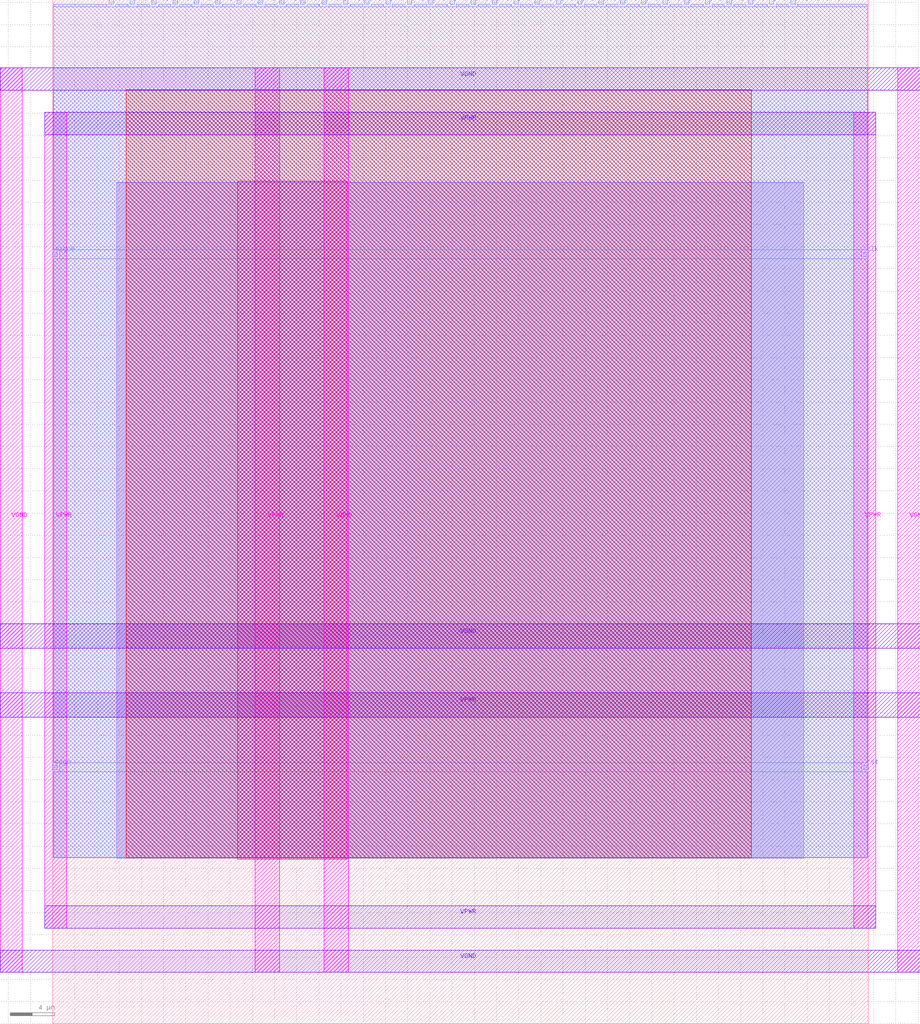
<source format=lef>
VERSION 5.7 ;
  NOWIREEXTENSIONATPIN ON ;
  DIVIDERCHAR "/" ;
  BUSBITCHARS "[]" ;
MACRO DigitalSine
  CLASS BLOCK ;
  FOREIGN DigitalSine ;
  ORIGIN 0.000 0.000 ;
  SIZE 73.510 BY 92.230 ;
  PIN VGND
    DIRECTION INOUT ;
    USE GROUND ;
    PORT
      LAYER TopMetal1 ;
        RECT -4.740 4.620 -2.740 86.100 ;
    END
    PORT
      LAYER TopMetal2 ;
        RECT -4.740 4.620 78.180 6.620 ;
    END
    PORT
      LAYER TopMetal2 ;
        RECT -4.740 84.100 78.180 86.100 ;
    END
    PORT
      LAYER TopMetal1 ;
        RECT 76.180 4.620 78.180 86.100 ;
    END
    PORT
      LAYER TopMetal1 ;
        RECT 24.460 4.620 26.660 86.100 ;
    END
    PORT
      LAYER TopMetal2 ;
        RECT -4.740 33.820 78.180 36.020 ;
    END
  END VGND
  PIN VPWR
    DIRECTION INOUT ;
    USE POWER ;
    PORT
      LAYER TopMetal1 ;
        RECT -0.740 8.620 1.260 82.100 ;
    END
    PORT
      LAYER TopMetal2 ;
        RECT -0.740 8.620 74.180 10.620 ;
    END
    PORT
      LAYER TopMetal2 ;
        RECT -0.740 80.100 74.180 82.100 ;
    END
    PORT
      LAYER TopMetal1 ;
        RECT 72.180 8.620 74.180 82.100 ;
    END
    PORT
      LAYER TopMetal1 ;
        RECT 18.260 4.620 20.460 86.100 ;
    END
    PORT
      LAYER TopMetal2 ;
        RECT -4.740 27.620 78.180 29.820 ;
    END
  END VPWR
  PIN clk
    DIRECTION INPUT ;
    USE SIGNAL ;
    ANTENNAGATEAREA 0.725400 ;
    PORT
      LAYER Metal2 ;
        RECT 73.110 69.100 73.510 69.500 ;
    END
  END clk
  PIN rst
    DIRECTION INPUT ;
    USE SIGNAL ;
    ANTENNAGATEAREA 0.180700 ;
    PORT
      LAYER Metal2 ;
        RECT 73.110 22.900 73.510 23.300 ;
    END
  END rst
  PIN sign
    DIRECTION OUTPUT ;
    USE SIGNAL ;
    ANTENNADIFFAREA 0.708600 ;
    PORT
      LAYER Metal2 ;
        RECT 0.000 22.900 0.400 23.300 ;
    END
  END sign
  PIN signB
    DIRECTION OUTPUT ;
    USE SIGNAL ;
    ANTENNADIFFAREA 0.708600 ;
    PORT
      LAYER Metal2 ;
        RECT 0.000 69.100 0.400 69.500 ;
    END
  END signB
  PIN sine_out[0]
    DIRECTION OUTPUT ;
    USE SIGNAL ;
    ANTENNADIFFAREA 0.708600 ;
    PORT
      LAYER Metal2 ;
        RECT 5.080 91.830 5.480 92.230 ;
    END
  END sine_out[0]
  PIN sine_out[10]
    DIRECTION OUTPUT ;
    USE SIGNAL ;
    ANTENNADIFFAREA 0.708600 ;
    PORT
      LAYER Metal2 ;
        RECT 24.280 91.830 24.680 92.230 ;
    END
  END sine_out[10]
  PIN sine_out[11]
    DIRECTION OUTPUT ;
    USE SIGNAL ;
    ANTENNADIFFAREA 0.708600 ;
    PORT
      LAYER Metal2 ;
        RECT 26.200 91.830 26.600 92.230 ;
    END
  END sine_out[11]
  PIN sine_out[12]
    DIRECTION OUTPUT ;
    USE SIGNAL ;
    ANTENNADIFFAREA 0.708600 ;
    PORT
      LAYER Metal2 ;
        RECT 28.120 91.830 28.520 92.230 ;
    END
  END sine_out[12]
  PIN sine_out[13]
    DIRECTION OUTPUT ;
    USE SIGNAL ;
    ANTENNADIFFAREA 0.708600 ;
    PORT
      LAYER Metal2 ;
        RECT 30.040 91.830 30.440 92.230 ;
    END
  END sine_out[13]
  PIN sine_out[14]
    DIRECTION OUTPUT ;
    USE SIGNAL ;
    ANTENNADIFFAREA 0.708600 ;
    PORT
      LAYER Metal2 ;
        RECT 31.960 91.830 32.360 92.230 ;
    END
  END sine_out[14]
  PIN sine_out[15]
    DIRECTION OUTPUT ;
    USE SIGNAL ;
    ANTENNADIFFAREA 0.708600 ;
    PORT
      LAYER Metal2 ;
        RECT 33.880 91.830 34.280 92.230 ;
    END
  END sine_out[15]
  PIN sine_out[16]
    DIRECTION OUTPUT ;
    USE SIGNAL ;
    ANTENNADIFFAREA 0.708600 ;
    PORT
      LAYER Metal2 ;
        RECT 35.800 91.830 36.200 92.230 ;
    END
  END sine_out[16]
  PIN sine_out[17]
    DIRECTION OUTPUT ;
    USE SIGNAL ;
    ANTENNADIFFAREA 0.708600 ;
    PORT
      LAYER Metal2 ;
        RECT 37.720 91.830 38.120 92.230 ;
    END
  END sine_out[17]
  PIN sine_out[18]
    DIRECTION OUTPUT ;
    USE SIGNAL ;
    ANTENNADIFFAREA 0.708600 ;
    PORT
      LAYER Metal2 ;
        RECT 39.640 91.830 40.040 92.230 ;
    END
  END sine_out[18]
  PIN sine_out[19]
    DIRECTION OUTPUT ;
    USE SIGNAL ;
    ANTENNADIFFAREA 0.708600 ;
    PORT
      LAYER Metal2 ;
        RECT 41.560 91.830 41.960 92.230 ;
    END
  END sine_out[19]
  PIN sine_out[1]
    DIRECTION OUTPUT ;
    USE SIGNAL ;
    ANTENNADIFFAREA 0.708600 ;
    PORT
      LAYER Metal2 ;
        RECT 7.000 91.830 7.400 92.230 ;
    END
  END sine_out[1]
  PIN sine_out[20]
    DIRECTION OUTPUT ;
    USE SIGNAL ;
    ANTENNADIFFAREA 0.708600 ;
    PORT
      LAYER Metal2 ;
        RECT 43.480 91.830 43.880 92.230 ;
    END
  END sine_out[20]
  PIN sine_out[21]
    DIRECTION OUTPUT ;
    USE SIGNAL ;
    ANTENNADIFFAREA 0.708600 ;
    PORT
      LAYER Metal2 ;
        RECT 45.400 91.830 45.800 92.230 ;
    END
  END sine_out[21]
  PIN sine_out[22]
    DIRECTION OUTPUT ;
    USE SIGNAL ;
    ANTENNADIFFAREA 0.708600 ;
    PORT
      LAYER Metal2 ;
        RECT 47.320 91.830 47.720 92.230 ;
    END
  END sine_out[22]
  PIN sine_out[23]
    DIRECTION OUTPUT ;
    USE SIGNAL ;
    ANTENNADIFFAREA 0.708600 ;
    PORT
      LAYER Metal2 ;
        RECT 49.240 91.830 49.640 92.230 ;
    END
  END sine_out[23]
  PIN sine_out[24]
    DIRECTION OUTPUT ;
    USE SIGNAL ;
    ANTENNADIFFAREA 0.708600 ;
    PORT
      LAYER Metal2 ;
        RECT 51.160 91.830 51.560 92.230 ;
    END
  END sine_out[24]
  PIN sine_out[25]
    DIRECTION OUTPUT ;
    USE SIGNAL ;
    ANTENNADIFFAREA 0.708600 ;
    PORT
      LAYER Metal2 ;
        RECT 53.080 91.830 53.480 92.230 ;
    END
  END sine_out[25]
  PIN sine_out[26]
    DIRECTION OUTPUT ;
    USE SIGNAL ;
    ANTENNADIFFAREA 0.708600 ;
    PORT
      LAYER Metal2 ;
        RECT 55.000 91.830 55.400 92.230 ;
    END
  END sine_out[26]
  PIN sine_out[27]
    DIRECTION OUTPUT ;
    USE SIGNAL ;
    ANTENNADIFFAREA 0.708600 ;
    PORT
      LAYER Metal2 ;
        RECT 56.920 91.830 57.320 92.230 ;
    END
  END sine_out[27]
  PIN sine_out[28]
    DIRECTION OUTPUT ;
    USE SIGNAL ;
    ANTENNADIFFAREA 0.708600 ;
    PORT
      LAYER Metal2 ;
        RECT 58.840 91.830 59.240 92.230 ;
    END
  END sine_out[28]
  PIN sine_out[29]
    DIRECTION OUTPUT ;
    USE SIGNAL ;
    ANTENNADIFFAREA 0.708600 ;
    PORT
      LAYER Metal2 ;
        RECT 60.760 91.830 61.160 92.230 ;
    END
  END sine_out[29]
  PIN sine_out[2]
    DIRECTION OUTPUT ;
    USE SIGNAL ;
    ANTENNADIFFAREA 0.708600 ;
    PORT
      LAYER Metal2 ;
        RECT 8.920 91.830 9.320 92.230 ;
    END
  END sine_out[2]
  PIN sine_out[30]
    DIRECTION OUTPUT ;
    USE SIGNAL ;
    ANTENNADIFFAREA 0.708600 ;
    PORT
      LAYER Metal2 ;
        RECT 62.680 91.830 63.080 92.230 ;
    END
  END sine_out[30]
  PIN sine_out[31]
    DIRECTION OUTPUT ;
    USE SIGNAL ;
    ANTENNADIFFAREA 0.708600 ;
    PORT
      LAYER Metal2 ;
        RECT 64.600 91.830 65.000 92.230 ;
    END
  END sine_out[31]
  PIN sine_out[32]
    DIRECTION OUTPUT ;
    USE SIGNAL ;
    ANTENNADIFFAREA 0.708600 ;
    PORT
      LAYER Metal2 ;
        RECT 66.520 91.830 66.920 92.230 ;
    END
  END sine_out[32]
  PIN sine_out[3]
    DIRECTION OUTPUT ;
    USE SIGNAL ;
    ANTENNADIFFAREA 0.708600 ;
    PORT
      LAYER Metal2 ;
        RECT 10.840 91.830 11.240 92.230 ;
    END
  END sine_out[3]
  PIN sine_out[4]
    DIRECTION OUTPUT ;
    USE SIGNAL ;
    ANTENNADIFFAREA 0.708600 ;
    PORT
      LAYER Metal2 ;
        RECT 12.760 91.830 13.160 92.230 ;
    END
  END sine_out[4]
  PIN sine_out[5]
    DIRECTION OUTPUT ;
    USE SIGNAL ;
    ANTENNADIFFAREA 0.708600 ;
    PORT
      LAYER Metal2 ;
        RECT 14.680 91.830 15.080 92.230 ;
    END
  END sine_out[5]
  PIN sine_out[6]
    DIRECTION OUTPUT ;
    USE SIGNAL ;
    ANTENNADIFFAREA 0.708600 ;
    PORT
      LAYER Metal2 ;
        RECT 16.600 91.830 17.000 92.230 ;
    END
  END sine_out[6]
  PIN sine_out[7]
    DIRECTION OUTPUT ;
    USE SIGNAL ;
    ANTENNADIFFAREA 0.708600 ;
    PORT
      LAYER Metal2 ;
        RECT 18.520 91.830 18.920 92.230 ;
    END
  END sine_out[7]
  PIN sine_out[8]
    DIRECTION OUTPUT ;
    USE SIGNAL ;
    ANTENNADIFFAREA 0.708600 ;
    PORT
      LAYER Metal2 ;
        RECT 20.440 91.830 20.840 92.230 ;
    END
  END sine_out[8]
  PIN sine_out[9]
    DIRECTION OUTPUT ;
    USE SIGNAL ;
    ANTENNADIFFAREA 0.708600 ;
    PORT
      LAYER Metal2 ;
        RECT 22.360 91.830 22.760 92.230 ;
    END
  END sine_out[9]
  OBS
      LAYER GatPoly ;
        RECT 5.760 14.970 67.680 75.750 ;
      LAYER Metal1 ;
        RECT 5.760 14.900 67.680 75.820 ;
      LAYER Metal2 ;
        RECT 0.095 91.620 4.870 91.830 ;
        RECT 5.690 91.620 6.790 91.830 ;
        RECT 7.610 91.620 8.710 91.830 ;
        RECT 9.530 91.620 10.630 91.830 ;
        RECT 11.450 91.620 12.550 91.830 ;
        RECT 13.370 91.620 14.470 91.830 ;
        RECT 15.290 91.620 16.390 91.830 ;
        RECT 17.210 91.620 18.310 91.830 ;
        RECT 19.130 91.620 20.230 91.830 ;
        RECT 21.050 91.620 22.150 91.830 ;
        RECT 22.970 91.620 24.070 91.830 ;
        RECT 24.890 91.620 25.990 91.830 ;
        RECT 26.810 91.620 27.910 91.830 ;
        RECT 28.730 91.620 29.830 91.830 ;
        RECT 30.650 91.620 31.750 91.830 ;
        RECT 32.570 91.620 33.670 91.830 ;
        RECT 34.490 91.620 35.590 91.830 ;
        RECT 36.410 91.620 37.510 91.830 ;
        RECT 38.330 91.620 39.430 91.830 ;
        RECT 40.250 91.620 41.350 91.830 ;
        RECT 42.170 91.620 43.270 91.830 ;
        RECT 44.090 91.620 45.190 91.830 ;
        RECT 46.010 91.620 47.110 91.830 ;
        RECT 47.930 91.620 49.030 91.830 ;
        RECT 49.850 91.620 50.950 91.830 ;
        RECT 51.770 91.620 52.870 91.830 ;
        RECT 53.690 91.620 54.790 91.830 ;
        RECT 55.610 91.620 56.710 91.830 ;
        RECT 57.530 91.620 58.630 91.830 ;
        RECT 59.450 91.620 60.550 91.830 ;
        RECT 61.370 91.620 62.470 91.830 ;
        RECT 63.290 91.620 64.390 91.830 ;
        RECT 65.210 91.620 66.310 91.830 ;
        RECT 67.130 91.620 73.415 91.830 ;
        RECT 0.095 69.710 73.415 91.620 ;
        RECT 0.610 68.890 72.900 69.710 ;
        RECT 0.095 23.510 73.415 68.890 ;
        RECT 0.610 22.690 72.900 23.510 ;
        RECT 0.095 14.975 73.415 22.690 ;
      LAYER Metal3 ;
        RECT 0.055 15.020 73.455 84.105 ;
      LAYER Metal4 ;
        RECT 6.620 14.975 62.980 84.145 ;
      LAYER Metal5 ;
        RECT 16.655 14.810 26.525 75.910 ;
  END
END DigitalSine
END LIBRARY


</source>
